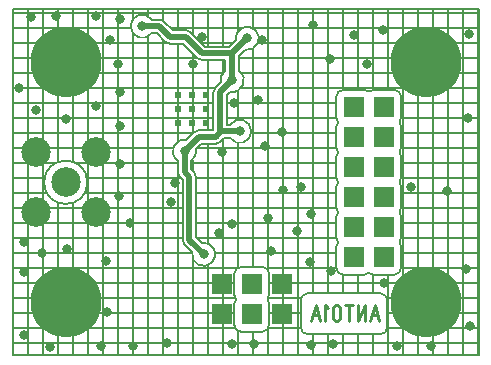
<source format=gbr>
*
*
G04 PADS 9.5 Build Number: 522968 generated Gerber (RS-274-X) file*
G04 PC Version=2.1*
*
%IN "ANT01.pcb"*%
*
%MOIN*%
*
%FSLAX35Y35*%
*
*
*
*
G04 PC Standard Apertures*
*
*
G04 Thermal Relief Aperture macro.*
%AMTER*
1,1,$1,0,0*
1,0,$1-$2,0,0*
21,0,$3,$4,0,0,45*
21,0,$3,$4,0,0,135*
%
*
*
G04 Annular Aperture macro.*
%AMANN*
1,1,$1,0,0*
1,0,$2,0,0*
%
*
*
G04 Odd Aperture macro.*
%AMODD*
1,1,$1,0,0*
1,0,$1-0.005,0,0*
%
*
*
G04 PC Custom Aperture Macros*
*
*
*
*
*
*
G04 PC Aperture Table*
*
%ADD012R,0.07X0.07*%
%ADD013C,0.23622*%
%ADD024C,0.001*%
%ADD025C,0.01*%
%ADD055C,0.006*%
%ADD064C,0.09843*%
%ADD068C,0.019*%
%ADD069C,0.032*%
%ADD070C,0.024*%
*
*
*
*
G04 PC Circuitry*
G04 Layer Name ANT01.pcb - circuitry*
%LPD*%
*
*
G04 PC Custom Flashes*
G04 Layer Name ANT01.pcb - flashes*
%LPD*%
*
*
G04 PC Circuitry*
G04 Layer Name ANT01.pcb - circuitry*
%LPD*%
*
G54D12*
G01X226000Y185000D03*
X216000D03*
X226000Y165000D03*
X216000D03*
X226000Y175000D03*
X216000D03*
X226000Y135000D03*
X216000D03*
X226000Y145000D03*
X216000D03*
X226000Y155000D03*
X216000D03*
X172000Y126000D03*
Y116000D03*
X182000Y126000D03*
Y116000D03*
X192000Y126000D03*
Y116000D03*
G54D13*
X120000Y120000D03*
X240000Y200000D03*
Y120000D03*
X120000Y200000D03*
G54D24*
G54D25*
X222945Y119150D02*
X224400Y113900D01*
X222945Y119150D02*
X221491Y113900D01*
X223855Y115650D02*
X222036D01*
X219855Y119150D02*
Y113900D01*
Y119150D02*
X217309Y113900D01*
Y119150D02*
Y113900D01*
X214400Y119150D02*
Y113900D01*
X215673Y119150D02*
X213127D01*
X210400D02*
X210945Y118900D01*
X211309Y118150*
X211491Y116900*
Y116150*
X211309Y114900*
X210945Y114150*
X210400Y113900*
X210036*
X209491Y114150*
X209127Y114900*
X208945Y116150*
Y116900*
X209127Y118150*
X209491Y118900*
X210036Y119150*
X210400*
X207309Y118150D02*
X206945Y118400D01*
X206400Y119150*
Y113900*
X203309Y119150D02*
X204764Y113900D01*
X203309Y119150D02*
X201855Y113900D01*
X204218Y115650D02*
X202400D01*
G54D55*
X127221Y160000D02*
G75*
G03X127221I-7221J0D01*
G01X257700Y102300D02*
Y217700D01*
X102300*
Y102300*
X257700*
X227200Y120650D02*
Y111650D01*
X224900Y109350D02*
G03X227200Y111650I0J2300D01*
G01X224900Y109350D02*
X200627D01*
X198327Y111650D02*
G03X200627Y109350I2300J0D01*
G01X198327Y111650D02*
Y120650D01*
X200627Y122950D02*
G03X198327Y120650I0J-2300D01*
G01X200627Y122950D02*
X224900D01*
X227200Y120650D02*
G03X224900Y122950I-2300J0D01*
G01X231800Y188500D02*
Y181500D01*
X231244Y180000D02*
G03X231800Y181500I-1744J1500D01*
G01Y178500D02*
G03X231244Y180000I-2300J0D01*
G01X231800Y178500D02*
Y171500D01*
X231244Y170000D02*
G03X231800Y171500I-1744J1500D01*
G01Y168500D02*
G03X231244Y170000I-2300J0D01*
G01X231800Y168500D02*
Y161500D01*
X231244Y160000D02*
G03X231800Y161500I-1744J1500D01*
G01Y158500D02*
G03X231244Y160000I-2300J0D01*
G01X231800Y158500D02*
Y151500D01*
X231244Y150000D02*
G03X231800Y151500I-1744J1500D01*
G01Y148500D02*
G03X231244Y150000I-2300J0D01*
G01X231800Y148500D02*
Y141500D01*
X231244Y140000D02*
G03X231800Y141500I-1744J1500D01*
G01Y138500D02*
G03X231244Y140000I-2300J0D01*
G01X231800Y138500D02*
Y131500D01*
X229500Y129200D02*
G03X231800Y131500I0J2300D01*
G01X229500Y129200D02*
X222500D01*
X221000Y129756D02*
G03X222500Y129200I1500J1744D01*
G01X219500D02*
G03X221000Y129756I0J2300D01*
G01X219500Y129200D02*
X212500D01*
X210200Y131500D02*
G03X212500Y129200I2300J0D01*
G01X210200Y131500D02*
Y138500D01*
X210756Y140000D02*
G03X210200Y138500I1744J-1500D01*
G01Y141500D02*
G03X210756Y140000I2300J0D01*
G01X210200Y141500D02*
Y148500D01*
X210756Y150000D02*
G03X210200Y148500I1744J-1500D01*
G01Y151500D02*
G03X210756Y150000I2300J0D01*
G01X210200Y151500D02*
Y158500D01*
X210756Y160000D02*
G03X210200Y158500I1744J-1500D01*
G01Y161500D02*
G03X210756Y160000I2300J0D01*
G01X210200Y161500D02*
Y168500D01*
X210756Y170000D02*
G03X210200Y168500I1744J-1500D01*
G01Y171500D02*
G03X210756Y170000I2300J0D01*
G01X210200Y171500D02*
Y178500D01*
X210756Y180000D02*
G03X210200Y178500I1744J-1500D01*
G01Y181500D02*
G03X210756Y180000I2300J0D01*
G01X210200Y181500D02*
Y188500D01*
X212500Y190800D02*
G03X210200Y188500I0J-2300D01*
G01X212500Y190800D02*
X219500D01*
X221000Y190244D02*
G03X219500Y190800I-1500J-1744D01*
G01X222500D02*
G03X221000Y190244I0J-2300D01*
G01X222500Y190800D02*
X229500D01*
X231800Y188500D02*
G03X229500Y190800I-2300J0D01*
G01X187800Y129500D02*
Y122500D01*
X187244Y121000D02*
G03X187800Y122500I-1744J1500D01*
G01Y119500D02*
G03X187244Y121000I-2300J0D01*
G01X187800Y119500D02*
Y112500D01*
X185500Y110200D02*
G03X187800Y112500I0J2300D01*
G01X185500Y110200D02*
X178500D01*
X176200Y112500D02*
G03X178500Y110200I2300J0D01*
G01X176200Y112500D02*
Y119500D01*
X176756Y121000D02*
G03X176200Y119500I1744J-1500D01*
G01Y122500D02*
G03X176756Y121000I2300J0D01*
G01X176200Y122500D02*
Y129500D01*
X178500Y131800D02*
G03X176200Y129500I0J-2300D01*
G01X178500Y131800D02*
X185500D01*
X187800Y129500D02*
G03X185500Y131800I-2300J0D01*
G01X179839Y204156D02*
G03X176656Y207339I661J3844D01*
G01X179838Y204156D02*
X177750Y202068D01*
Y197186*
X174839Y190156D02*
G03X177750Y197186I661J3844D01*
G01X174838Y190156D02*
X173750Y189068D01*
Y179250*
X174814*
Y174750D02*
G03Y179250I3186J2250D01*
G01Y174750D02*
X172832D01*
X171591Y173509*
X170000Y172850D02*
G03X171591Y173509I0J2250D01*
G01X170000Y172850D02*
X165232D01*
X163444Y171062*
X161850Y167214D02*
G03X163444Y171061I-2250J3186D01*
G01X161850Y167214D02*
Y164341D01*
X162791Y163400*
X163450Y161809D02*
G03X162791Y163400I-2250J-0D01*
G01X163450Y161809D02*
Y141732D01*
X165338Y139844*
X162156Y136661D02*
G03X165339Y139844I3844J-661D01*
G01X162156Y136662D02*
X159609Y139209D01*
X158950Y140800D02*
G03X159609Y139209I2250J0D01*
G01X158950Y140800D02*
Y160877D01*
X158009Y161818*
X157350Y163409D02*
G03X158009Y161818I2250J-0D01*
G01X157350Y163409D02*
Y167214D01*
X160261Y174244D02*
G03X157350Y167214I-661J-3844D01*
G01X160262Y174244D02*
X162709Y176691D01*
X164300Y177350D02*
G03X162709Y176691I0J-2250D01*
G01X164300Y177350D02*
X169068D01*
X169250Y177532*
Y190000*
X169909Y191591D02*
G03X169250Y190000I1591J-1591D01*
G01X169909Y191591D02*
X171656Y193338D01*
X173250Y197186D02*
G03X171656Y193339I2250J-3186D01*
G01X173250Y197186D02*
Y200750D01*
X165500*
X163909Y201409D02*
G03X165500Y200750I1591J1591D01*
G01X163909Y201409D02*
X159068Y206250D01*
X154756*
X153165Y206909D02*
G03X154756Y206250I1591J1591D01*
G01X153165Y206909D02*
X150324Y209750D01*
X148686*
Y214250D02*
G03Y209750I-3186J-2250D01*
G01Y214250D02*
X151256D01*
X152847Y213591D02*
G03X151256Y214250I-1591J-1591D01*
G01X152847Y213591D02*
X155688Y210750D01*
X160000*
X161591Y210091D02*
G03X160000Y210750I-1591J-1591D01*
G01X161591Y210091D02*
X166432Y205250D01*
X174568*
X176656Y207338*
X127221Y160000D02*
G03X127221I-7221J0D01*
G01X102300Y216299D02*
X257700D01*
X182581Y211299D02*
X257700D01*
X184009Y206299D02*
X257700D01*
X177750Y201299D02*
X257700D01*
X178651Y196299D02*
X257700D01*
X178313Y191299D02*
X257700D01*
X231800Y186299D02*
X257700D01*
X231791Y181299D02*
X257700D01*
X231800Y176299D02*
X257700D01*
X231791Y171299D02*
X257700D01*
X231800Y166299D02*
X257700D01*
X231791Y161299D02*
X257700D01*
X231800Y156299D02*
X257700D01*
X231791Y151299D02*
X257700D01*
X231800Y146299D02*
X257700D01*
X231791Y141299D02*
X257700D01*
X231800Y136299D02*
X257700D01*
X231791Y131299D02*
X257700D01*
X187800Y126299D02*
X257700D01*
X227107Y121299D02*
X257700D01*
X227200Y116299D02*
X257700D01*
X227173Y111299D02*
X257700D01*
X102300Y106299D02*
X257700D01*
X173750Y181299D02*
X210209D01*
X163681Y171299D02*
X210209D01*
X163450Y161299D02*
X210209D01*
X163450Y151299D02*
X210209D01*
X163883Y141299D02*
X210209D01*
X186933Y131299D02*
X210209D01*
X173750Y186299D02*
X210200D01*
X181836Y176299D02*
X210200D01*
X161850Y166299D02*
X210200D01*
X163450Y156299D02*
X210200D01*
X163450Y146299D02*
X210200D01*
X169889Y136299D02*
X210200D01*
X187461Y121299D02*
X198421D01*
X187461Y111299D02*
X198354D01*
X187800Y116299D02*
X198327D01*
X155140Y211299D02*
X178419D01*
X102300Y131299D02*
X177067D01*
X102300Y121299D02*
X176539D01*
X102300Y111299D02*
X176539D01*
X102300Y126299D02*
X176200D01*
X102300Y116299D02*
X176200D01*
X165383Y206299D02*
X175617D01*
X102300Y196299D02*
X172349D01*
X102300Y191299D02*
X169663D01*
X102300Y186299D02*
X169250D01*
X102300Y181299D02*
X169250D01*
X102300Y201299D02*
X164028D01*
X102300Y176299D02*
X162317D01*
X102300Y136299D02*
X162111D01*
X126201Y156299D02*
X158950D01*
X102300Y151299D02*
X158950D01*
X102300Y146299D02*
X158950D01*
X102300Y141299D02*
X158950D01*
X127104Y161299D02*
X158528D01*
X123532Y166299D02*
X157350D01*
X102300Y171299D02*
X155805D01*
X102300Y206299D02*
X154291D01*
X102300Y211299D02*
X141664D01*
X102300Y166299D02*
X116468D01*
X102300Y156299D02*
X113799D01*
X102300Y161299D02*
X112896D01*
X257300Y102300D02*
Y217700D01*
X252300Y102300D02*
Y217700D01*
X247300Y102300D02*
Y217700D01*
X242300Y102300D02*
Y217700D01*
X237300Y102300D02*
Y217700D01*
X232300Y102300D02*
Y217700D01*
X227300Y190800D02*
Y217700D01*
Y102300D02*
Y129200D01*
X222300Y190791D02*
Y217700D01*
Y122950D02*
Y129209D01*
Y102300D02*
Y109350D01*
X217300Y190800D02*
Y217700D01*
Y122950D02*
Y129200D01*
Y102300D02*
Y109350D01*
X212300Y190791D02*
Y217700D01*
Y122950D02*
Y129209D01*
Y102300D02*
Y109350D01*
X207300Y122950D02*
Y217700D01*
Y102300D02*
Y109350D01*
X202300Y122950D02*
Y217700D01*
Y102300D02*
Y109350D01*
X197300Y102300D02*
Y217700D01*
X192300Y102300D02*
Y217700D01*
X187300Y130932D02*
Y217700D01*
Y120932D02*
Y121068D01*
Y102300D02*
Y111068D01*
X182300Y211460D02*
Y217700D01*
Y131800D02*
Y204540D01*
Y102300D02*
Y110200D01*
X177300Y210229D02*
Y217700D01*
Y180837D02*
Y190540D01*
Y131462D02*
Y173163D01*
Y102300D02*
Y110538D01*
X172300Y205250D02*
Y217700D01*
Y196229D02*
Y200750D01*
Y102300D02*
Y174218D01*
X167300Y205250D02*
Y217700D01*
Y177350D02*
Y200750D01*
Y139677D02*
Y172850D01*
Y102300D02*
Y132323D01*
X162300Y209382D02*
Y217700D01*
Y176282D02*
Y203018D01*
Y163891D02*
Y167586D01*
Y102300D02*
Y134767D01*
X157300Y210750D02*
Y217700D01*
Y173550D02*
Y206250D01*
Y102300D02*
Y167250D01*
X152300Y213993D02*
Y217700D01*
Y102300D02*
Y207774D01*
X147300Y215460D02*
Y217700D01*
Y102300D02*
Y208540D01*
X142300Y214229D02*
Y217700D01*
Y102300D02*
Y209771D01*
X137300Y102300D02*
Y217700D01*
X132300Y102300D02*
Y217700D01*
X127300Y102300D02*
Y217700D01*
X122300Y166845D02*
Y217700D01*
Y102300D02*
Y153155D01*
X117300Y166698D02*
Y217700D01*
Y102300D02*
Y153302D01*
X112300Y102300D02*
Y217700D01*
X107300Y102300D02*
Y217700D01*
G54D64*
X120000Y160000D03*
X130000Y150000D03*
X110000D03*
Y170000D03*
X130000D03*
G54D68*
X159600Y170400D02*
X164300Y175100D01*
X170000*
X171500Y176600*
X159600Y170400D02*
Y163409D01*
X161200Y161809*
Y140800*
X166000Y136000*
X171500Y176600D02*
Y190000D01*
X175500Y194000*
X171500Y176600D02*
X171900Y177000D01*
X178000*
X145500Y212000D02*
X151256D01*
X154756Y208500*
X160000*
X165500Y203000*
X175500*
X180500Y208000*
X175500Y194000D02*
Y203000D01*
G54D69*
X114800Y105200D03*
X106100Y109000D03*
X153800Y106400D03*
X142500Y105500D03*
X131900D03*
X175500Y106200D03*
X182600Y106000D03*
X201700Y105600D03*
X230300Y105500D03*
X209000Y106000D03*
X241600Y105500D03*
X106000Y140000D03*
X120500Y137700D03*
X106100Y130200D03*
X112100Y136400D03*
X133300Y133700D03*
X141500Y146500D03*
X133900Y116800D03*
X175500Y146000D03*
X188500Y137000D03*
X187500Y148000D03*
X197200Y143600D03*
X171000Y143000D03*
X166000Y136000D03*
X208500Y130500D03*
X226000Y126500D03*
X201500Y133500D03*
X201800Y149400D03*
X254800Y112000D03*
X253500Y131000D03*
X110000Y184000D03*
X120000Y181000D03*
X130000Y185500D03*
X137900Y155300D03*
X138100Y178600D03*
X138200Y166000D03*
X156400Y159600D03*
X155000Y153500D03*
X159600Y170400D03*
X198500Y158500D03*
X192000Y176600D03*
X192500Y157500D03*
X172000Y170000D03*
X186500Y172000D03*
X184000Y187500D03*
X176000Y186500D03*
X178000Y177000D03*
X235000Y158500D03*
X254000Y181500D03*
X247000Y157000D03*
X116800Y215300D03*
X108400Y215100D03*
X104500Y191500D03*
X130200Y215400D03*
X134800Y207400D03*
X138100Y190200D03*
X137500Y199500D03*
X138000Y214500D03*
X145500Y212000D03*
X162500Y199500D03*
X185500Y207500D03*
X165500Y208500D03*
X180500Y208000D03*
X175500Y194000D03*
X216100Y209200D03*
X220500Y199500D03*
X225700Y210900D03*
X202300Y212400D03*
X208000Y201000D03*
X254500Y209500D03*
G54D70*
X157476Y179776D03*
Y184500D03*
Y189224D03*
X162200Y179776D03*
Y184500D03*
Y189224D03*
X166924Y179776D03*
Y184500D03*
Y189224D03*
G74*
X0Y0D02*
M02*

</source>
